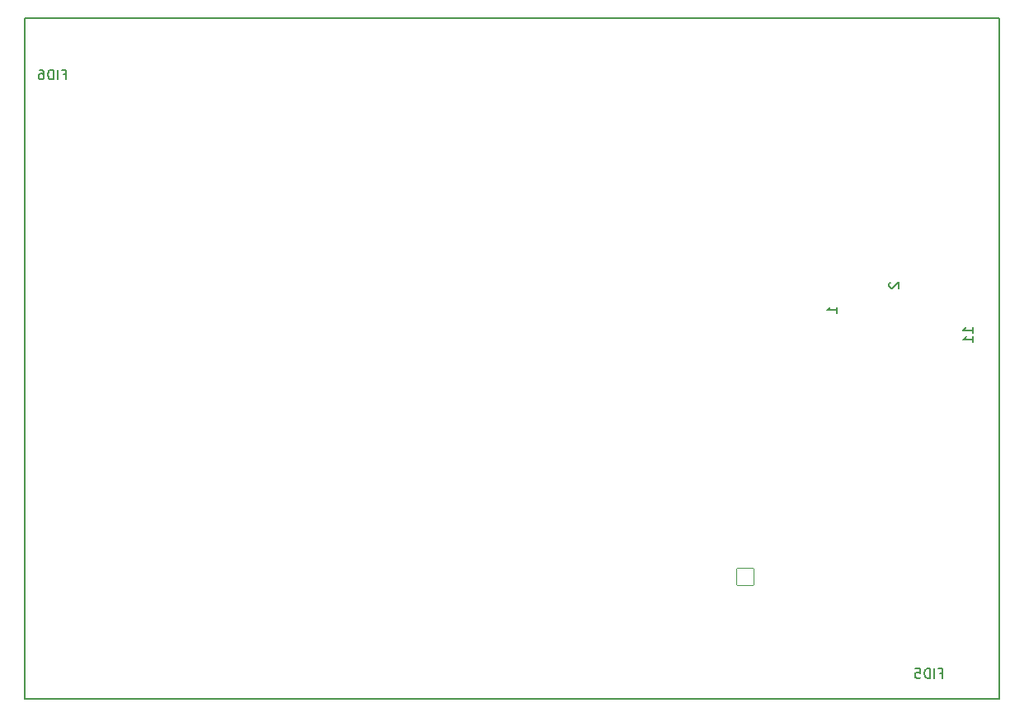
<source format=gbr>
%TF.GenerationSoftware,KiCad,Pcbnew,7.0.10*%
%TF.CreationDate,2025-02-13T15:15:04-06:00*%
%TF.ProjectId,IR2IP,49523249-502e-46b6-9963-61645f706362,rev?*%
%TF.SameCoordinates,PX55fe290PY8062360*%
%TF.FileFunction,Legend,Bot*%
%TF.FilePolarity,Positive*%
%FSLAX46Y46*%
G04 Gerber Fmt 4.6, Leading zero omitted, Abs format (unit mm)*
G04 Created by KiCad (PCBNEW 7.0.10) date 2025-02-13 15:15:04*
%MOMM*%
%LPD*%
G01*
G04 APERTURE LIST*
G04 Aperture macros list*
%AMRoundRect*
0 Rectangle with rounded corners*
0 $1 Rounding radius*
0 $2 $3 $4 $5 $6 $7 $8 $9 X,Y pos of 4 corners*
0 Add a 4 corners polygon primitive as box body*
4,1,4,$2,$3,$4,$5,$6,$7,$8,$9,$2,$3,0*
0 Add four circle primitives for the rounded corners*
1,1,$1+$1,$2,$3*
1,1,$1+$1,$4,$5*
1,1,$1+$1,$6,$7*
1,1,$1+$1,$8,$9*
0 Add four rect primitives between the rounded corners*
20,1,$1+$1,$2,$3,$4,$5,0*
20,1,$1+$1,$4,$5,$6,$7,0*
20,1,$1+$1,$6,$7,$8,$9,0*
20,1,$1+$1,$8,$9,$2,$3,0*%
G04 Aperture macros list end*
%ADD10C,0.150000*%
%ADD11C,3.326200*%
%ADD12C,1.576200*%
%ADD13C,1.696200*%
%ADD14C,3.576200*%
%ADD15RoundRect,0.038100X-0.850000X0.850000X-0.850000X-0.850000X0.850000X-0.850000X0.850000X0.850000X0*%
%ADD16O,1.776200X1.776200*%
%ADD17C,1.776200*%
%ADD18C,3.076200*%
%ADD19C,3.251200*%
%ADD20C,2.540000*%
%TA.AperFunction,Profile*%
%ADD21C,0.150000*%
%TD*%
G04 APERTURE END LIST*
D10*
X97344819Y37630477D02*
X97344819Y38201905D01*
X97344819Y37916191D02*
X96344819Y37916191D01*
X96344819Y37916191D02*
X96487676Y38011429D01*
X96487676Y38011429D02*
X96582914Y38106667D01*
X96582914Y38106667D02*
X96630533Y38201905D01*
X97344819Y36678096D02*
X97344819Y37249524D01*
X97344819Y36963810D02*
X96344819Y36963810D01*
X96344819Y36963810D02*
X96487676Y37059048D01*
X96487676Y37059048D02*
X96582914Y37154286D01*
X96582914Y37154286D02*
X96630533Y37249524D01*
X83374819Y39694286D02*
X83374819Y40265714D01*
X83374819Y39980000D02*
X82374819Y39980000D01*
X82374819Y39980000D02*
X82517676Y40075238D01*
X82517676Y40075238D02*
X82612914Y40170476D01*
X82612914Y40170476D02*
X82660533Y40265714D01*
X88820057Y42805714D02*
X88772438Y42758095D01*
X88772438Y42758095D02*
X88724819Y42662857D01*
X88724819Y42662857D02*
X88724819Y42424762D01*
X88724819Y42424762D02*
X88772438Y42329524D01*
X88772438Y42329524D02*
X88820057Y42281905D01*
X88820057Y42281905D02*
X88915295Y42234286D01*
X88915295Y42234286D02*
X89010533Y42234286D01*
X89010533Y42234286D02*
X89153390Y42281905D01*
X89153390Y42281905D02*
X89724819Y42853333D01*
X89724819Y42853333D02*
X89724819Y42234286D01*
X3901428Y64188991D02*
X4234761Y64188991D01*
X4234761Y63665181D02*
X4234761Y64665181D01*
X4234761Y64665181D02*
X3758571Y64665181D01*
X3377618Y63665181D02*
X3377618Y64665181D01*
X2901428Y63665181D02*
X2901428Y64665181D01*
X2901428Y64665181D02*
X2663333Y64665181D01*
X2663333Y64665181D02*
X2520476Y64617562D01*
X2520476Y64617562D02*
X2425238Y64522324D01*
X2425238Y64522324D02*
X2377619Y64427086D01*
X2377619Y64427086D02*
X2330000Y64236610D01*
X2330000Y64236610D02*
X2330000Y64093753D01*
X2330000Y64093753D02*
X2377619Y63903277D01*
X2377619Y63903277D02*
X2425238Y63808039D01*
X2425238Y63808039D02*
X2520476Y63712800D01*
X2520476Y63712800D02*
X2663333Y63665181D01*
X2663333Y63665181D02*
X2901428Y63665181D01*
X1472857Y64665181D02*
X1663333Y64665181D01*
X1663333Y64665181D02*
X1758571Y64617562D01*
X1758571Y64617562D02*
X1806190Y64569943D01*
X1806190Y64569943D02*
X1901428Y64427086D01*
X1901428Y64427086D02*
X1949047Y64236610D01*
X1949047Y64236610D02*
X1949047Y63855658D01*
X1949047Y63855658D02*
X1901428Y63760420D01*
X1901428Y63760420D02*
X1853809Y63712800D01*
X1853809Y63712800D02*
X1758571Y63665181D01*
X1758571Y63665181D02*
X1568095Y63665181D01*
X1568095Y63665181D02*
X1472857Y63712800D01*
X1472857Y63712800D02*
X1425238Y63760420D01*
X1425238Y63760420D02*
X1377619Y63855658D01*
X1377619Y63855658D02*
X1377619Y64093753D01*
X1377619Y64093753D02*
X1425238Y64188991D01*
X1425238Y64188991D02*
X1472857Y64236610D01*
X1472857Y64236610D02*
X1568095Y64284229D01*
X1568095Y64284229D02*
X1758571Y64284229D01*
X1758571Y64284229D02*
X1853809Y64236610D01*
X1853809Y64236610D02*
X1901428Y64188991D01*
X1901428Y64188991D02*
X1949047Y64093753D01*
X93901428Y2688991D02*
X94234761Y2688991D01*
X94234761Y2165181D02*
X94234761Y3165181D01*
X94234761Y3165181D02*
X93758571Y3165181D01*
X93377618Y2165181D02*
X93377618Y3165181D01*
X92901428Y2165181D02*
X92901428Y3165181D01*
X92901428Y3165181D02*
X92663333Y3165181D01*
X92663333Y3165181D02*
X92520476Y3117562D01*
X92520476Y3117562D02*
X92425238Y3022324D01*
X92425238Y3022324D02*
X92377619Y2927086D01*
X92377619Y2927086D02*
X92330000Y2736610D01*
X92330000Y2736610D02*
X92330000Y2593753D01*
X92330000Y2593753D02*
X92377619Y2403277D01*
X92377619Y2403277D02*
X92425238Y2308039D01*
X92425238Y2308039D02*
X92520476Y2212800D01*
X92520476Y2212800D02*
X92663333Y2165181D01*
X92663333Y2165181D02*
X92901428Y2165181D01*
X91425238Y3165181D02*
X91901428Y3165181D01*
X91901428Y3165181D02*
X91949047Y2688991D01*
X91949047Y2688991D02*
X91901428Y2736610D01*
X91901428Y2736610D02*
X91806190Y2784229D01*
X91806190Y2784229D02*
X91568095Y2784229D01*
X91568095Y2784229D02*
X91472857Y2736610D01*
X91472857Y2736610D02*
X91425238Y2688991D01*
X91425238Y2688991D02*
X91377619Y2593753D01*
X91377619Y2593753D02*
X91377619Y2355658D01*
X91377619Y2355658D02*
X91425238Y2260420D01*
X91425238Y2260420D02*
X91472857Y2212800D01*
X91472857Y2212800D02*
X91568095Y2165181D01*
X91568095Y2165181D02*
X91806190Y2165181D01*
X91806190Y2165181D02*
X91901428Y2212800D01*
X91901428Y2212800D02*
X91949047Y2260420D01*
%LPC*%
D11*
%TO.C,J1*%
X93720000Y52045000D03*
X93720000Y40615000D03*
D12*
X84830000Y40615000D03*
X87370000Y41885000D03*
X84830000Y43155000D03*
X87370000Y44425000D03*
X84830000Y45695000D03*
X87370000Y46965000D03*
X84830000Y48235000D03*
X87370000Y49505000D03*
X84830000Y50775000D03*
X87370000Y52045000D03*
D13*
X97800000Y39700000D03*
X97800000Y42240000D03*
X97800000Y50420000D03*
X97800000Y52960000D03*
D14*
X90670000Y54075000D03*
X90670000Y38585000D03*
%TD*%
D15*
%TO.C,J2*%
X74000000Y12600000D03*
D16*
X71460000Y12600000D03*
X68920000Y12600000D03*
X66380000Y12600000D03*
X63840000Y12600000D03*
X61300000Y12600000D03*
%TD*%
D17*
%TO.C,J3*%
X3500000Y62000000D03*
X10500000Y62000000D03*
%TD*%
%TO.C,J4*%
X3500000Y44000000D03*
X10500000Y44000000D03*
%TD*%
%TO.C,J5*%
X3500000Y26000000D03*
X10500000Y26000000D03*
%TD*%
%TO.C,J6*%
X3500000Y8000000D03*
X10500000Y8000000D03*
%TD*%
D18*
%TO.C,TP1*%
X54080000Y34620000D03*
%TD*%
D19*
%TO.C,REF\u002A\u002A*%
X95750000Y11500000D03*
%TD*%
%TO.C,REF\u002A\u002A*%
X96000000Y61000000D03*
%TD*%
%TO.C,REF\u002A\u002A*%
X21250000Y63500000D03*
%TD*%
%TO.C,REF\u002A\u002A*%
X19500000Y4000000D03*
%TD*%
D20*
%TO.C,FID6*%
X2830000Y66620000D03*
%TD*%
%TO.C,FID5*%
X96830000Y2620000D03*
%TD*%
%LPD*%
D21*
X0Y70000000D02*
X100000000Y70000000D01*
X0Y0D02*
X0Y70000000D01*
X100000000Y0D02*
X0Y0D01*
X100000000Y70000000D02*
X100000000Y0D01*
M02*

</source>
